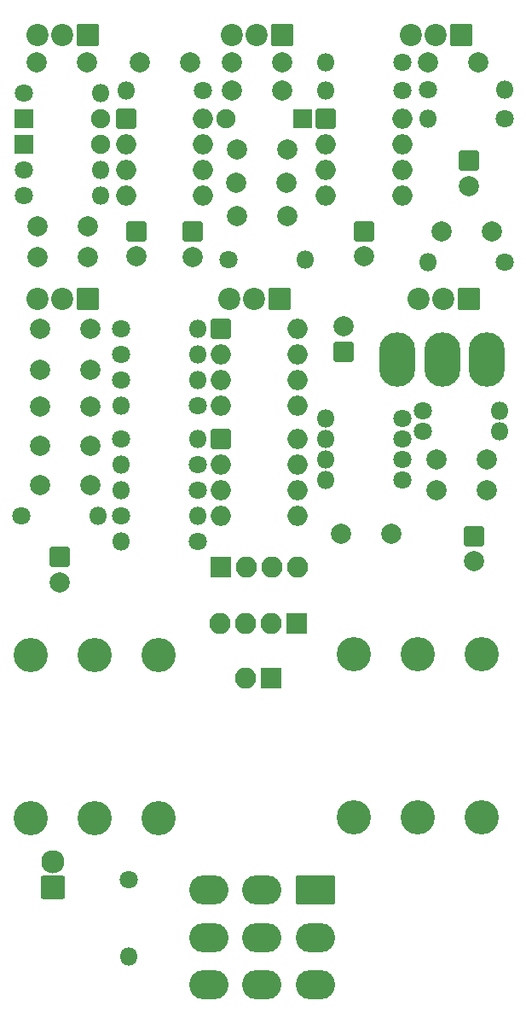
<source format=gbr>
%TF.GenerationSoftware,KiCad,Pcbnew,7.0.11-7.0.11~ubuntu22.04.1*%
%TF.CreationDate,2024-12-17T10:18:29+00:00*%
%TF.ProjectId,slo-tht,736c6f2d-7468-4742-9e6b-696361645f70,rev?*%
%TF.SameCoordinates,Original*%
%TF.FileFunction,Soldermask,Top*%
%TF.FilePolarity,Negative*%
%FSLAX46Y46*%
G04 Gerber Fmt 4.6, Leading zero omitted, Abs format (unit mm)*
G04 Created by KiCad (PCBNEW 7.0.11-7.0.11~ubuntu22.04.1) date 2024-12-17 10:18:29*
%MOMM*%
%LPD*%
G01*
G04 APERTURE LIST*
G04 Aperture macros list*
%AMRoundRect*
0 Rectangle with rounded corners*
0 $1 Rounding radius*
0 $2 $3 $4 $5 $6 $7 $8 $9 X,Y pos of 4 corners*
0 Add a 4 corners polygon primitive as box body*
4,1,4,$2,$3,$4,$5,$6,$7,$8,$9,$2,$3,0*
0 Add four circle primitives for the rounded corners*
1,1,$1+$1,$2,$3*
1,1,$1+$1,$4,$5*
1,1,$1+$1,$6,$7*
1,1,$1+$1,$8,$9*
0 Add four rect primitives between the rounded corners*
20,1,$1+$1,$2,$3,$4,$5,0*
20,1,$1+$1,$4,$5,$6,$7,0*
20,1,$1+$1,$6,$7,$8,$9,0*
20,1,$1+$1,$8,$9,$2,$3,0*%
G04 Aperture macros list end*
%ADD10C,1.800000*%
%ADD11O,1.800000X1.800000*%
%ADD12RoundRect,0.200000X-0.800000X0.800000X-0.800000X-0.800000X0.800000X-0.800000X0.800000X0.800000X0*%
%ADD13C,2.000000*%
%ADD14O,1.900000X1.900000*%
%ADD15RoundRect,0.200000X0.750000X0.750000X-0.750000X0.750000X-0.750000X-0.750000X0.750000X-0.750000X0*%
%ADD16RoundRect,0.200000X0.800000X-0.800000X0.800000X0.800000X-0.800000X0.800000X-0.800000X-0.800000X0*%
%ADD17RoundRect,0.200000X-0.750000X-0.750000X0.750000X-0.750000X0.750000X0.750000X-0.750000X0.750000X0*%
%ADD18RoundRect,0.200000X-0.800000X-0.800000X0.800000X-0.800000X0.800000X0.800000X-0.800000X0.800000X0*%
%ADD19O,2.000000X2.000000*%
%ADD20O,3.900000X2.900000*%
%ADD21RoundRect,0.200000X1.750000X1.250000X-1.750000X1.250000X-1.750000X-1.250000X1.750000X-1.250000X0*%
%ADD22C,3.400000*%
%ADD23RoundRect,0.200000X-0.850000X0.850000X-0.850000X-0.850000X0.850000X-0.850000X0.850000X0.850000X0*%
%ADD24O,2.100000X2.100000*%
%ADD25RoundRect,0.200000X0.850000X-0.850000X0.850000X0.850000X-0.850000X0.850000X-0.850000X-0.850000X0*%
%ADD26C,2.300000*%
%ADD27RoundRect,0.200000X1.000000X0.950000X-1.000000X0.950000X-1.000000X-0.950000X1.000000X-0.950000X0*%
%ADD28RoundRect,0.200000X-0.900000X-0.900000X0.900000X-0.900000X0.900000X0.900000X-0.900000X0.900000X0*%
%ADD29C,2.200000*%
%ADD30O,3.600000X5.400000*%
G04 APERTURE END LIST*
D10*
%TO.C,CLR1*%
X130036000Y-147738000D03*
D11*
X130036000Y-155358000D03*
%TD*%
D10*
%TO.C,R1*%
X136894000Y-114182000D03*
D11*
X129274000Y-114182000D03*
%TD*%
D10*
%TO.C,R2*%
X119368000Y-111642000D03*
D11*
X126988000Y-111642000D03*
%TD*%
D10*
%TO.C,R3*%
X136894000Y-109102000D03*
D11*
X129274000Y-109102000D03*
%TD*%
D10*
%TO.C,R4*%
X129274000Y-111642000D03*
D11*
X136894000Y-111642000D03*
%TD*%
D10*
%TO.C,R5*%
X136894000Y-106562000D03*
D11*
X129274000Y-106562000D03*
%TD*%
D10*
%TO.C,R6*%
X129274000Y-104022000D03*
D11*
X136894000Y-104022000D03*
%TD*%
D10*
%TO.C,R7*%
X119622000Y-79892000D03*
D11*
X127242000Y-79892000D03*
%TD*%
D10*
%TO.C,R9*%
X119622000Y-77352000D03*
D11*
X127242000Y-77352000D03*
%TD*%
D10*
%TO.C,R10*%
X119622000Y-69732000D03*
D11*
X127242000Y-69732000D03*
%TD*%
D10*
%TO.C,R11*%
X136894000Y-100720000D03*
D11*
X129274000Y-100720000D03*
%TD*%
D10*
%TO.C,R12*%
X129274000Y-98180000D03*
D11*
X136894000Y-98180000D03*
%TD*%
D10*
%TO.C,R13*%
X129274000Y-95640000D03*
D11*
X136894000Y-95640000D03*
%TD*%
D10*
%TO.C,R14*%
X129274000Y-93100000D03*
D11*
X136894000Y-93100000D03*
%TD*%
D10*
%TO.C,R15*%
X139942000Y-86242000D03*
D11*
X147562000Y-86242000D03*
%TD*%
D10*
%TO.C,R16*%
X167374000Y-86496000D03*
D11*
X159754000Y-86496000D03*
%TD*%
D10*
%TO.C,R17*%
X157214000Y-106054000D03*
D11*
X149594000Y-106054000D03*
%TD*%
D10*
%TO.C,R18*%
X157214000Y-108086000D03*
D11*
X149594000Y-108086000D03*
%TD*%
D10*
%TO.C,R19*%
X157214000Y-69478000D03*
D11*
X149594000Y-69478000D03*
%TD*%
D10*
%TO.C,R20*%
X157214000Y-66684000D03*
D11*
X149594000Y-66684000D03*
%TD*%
D10*
%TO.C,R22*%
X157214000Y-104022000D03*
D11*
X149594000Y-104022000D03*
%TD*%
D10*
%TO.C,R23*%
X159246000Y-101228000D03*
D11*
X166866000Y-101228000D03*
%TD*%
D10*
%TO.C,R24*%
X159246000Y-103260000D03*
D11*
X166866000Y-103260000D03*
%TD*%
D10*
%TO.C,R25*%
X167374000Y-72272000D03*
D11*
X159754000Y-72272000D03*
%TD*%
D10*
%TO.C,R26*%
X159735936Y-69421527D03*
D11*
X167355936Y-69421527D03*
%TD*%
D10*
%TO.C,R8*%
X137402000Y-69478000D03*
D11*
X129782000Y-69478000D03*
%TD*%
D10*
%TO.C,R21*%
X157214000Y-101990000D03*
D11*
X149594000Y-101990000D03*
%TD*%
D12*
%TO.C,C100*%
X164326000Y-113674000D03*
D13*
X164326000Y-116174000D03*
%TD*%
D12*
%TO.C,C102*%
X163818000Y-76453349D03*
D13*
X163818000Y-78953349D03*
%TD*%
D14*
%TO.C,D100*%
X139693000Y-72272000D03*
D15*
X147313000Y-72272000D03*
%TD*%
D13*
%TO.C,C14*%
X125932000Y-85988000D03*
X120932000Y-85988000D03*
%TD*%
%TO.C,C5*%
X125932000Y-82940000D03*
X120932000Y-82940000D03*
%TD*%
D12*
%TO.C,C1*%
X123178000Y-115770888D03*
D13*
X123178000Y-118270888D03*
%TD*%
D12*
%TO.C,C7*%
X130798000Y-83463112D03*
D13*
X130798000Y-85963112D03*
%TD*%
D12*
%TO.C,C10*%
X136386000Y-83488000D03*
D13*
X136386000Y-85988000D03*
%TD*%
D16*
%TO.C,C20*%
X151372000Y-95386000D03*
D13*
X151372000Y-92886000D03*
%TD*%
D12*
%TO.C,C101*%
X153404000Y-83448000D03*
D13*
X153404000Y-85948000D03*
%TD*%
D14*
%TO.C,D2*%
X127197000Y-72272000D03*
D17*
X119577000Y-72272000D03*
%TD*%
D14*
%TO.C,D1*%
X127197000Y-74812000D03*
D17*
X119577000Y-74812000D03*
%TD*%
D13*
%TO.C,C2*%
X126226000Y-108594000D03*
X121226000Y-108594000D03*
%TD*%
%TO.C,C3*%
X126226000Y-104720500D03*
X121226000Y-104720500D03*
%TD*%
%TO.C,C4*%
X121226000Y-100847000D03*
X126226000Y-100847000D03*
%TD*%
%TO.C,C6*%
X125892000Y-66684000D03*
X120892000Y-66684000D03*
%TD*%
%TO.C,C8*%
X136092000Y-66684000D03*
X131092000Y-66684000D03*
%TD*%
%TO.C,C9*%
X121226000Y-97164000D03*
X126226000Y-97164000D03*
%TD*%
%TO.C,C11*%
X121226000Y-93100000D03*
X126226000Y-93100000D03*
%TD*%
%TO.C,C12*%
X161104000Y-83448000D03*
X166104000Y-83448000D03*
%TD*%
%TO.C,C13*%
X140784000Y-81924000D03*
X145784000Y-81924000D03*
%TD*%
%TO.C,C15*%
X140704000Y-78622000D03*
X145704000Y-78622000D03*
%TD*%
%TO.C,C16*%
X145236000Y-66684000D03*
X140236000Y-66684000D03*
%TD*%
%TO.C,C17*%
X145236000Y-69478000D03*
X140236000Y-69478000D03*
%TD*%
%TO.C,C18*%
X145744000Y-75320000D03*
X140744000Y-75320000D03*
%TD*%
%TO.C,C19*%
X165556000Y-106054000D03*
X160556000Y-106054000D03*
%TD*%
%TO.C,C21*%
X159754000Y-66684000D03*
X164754000Y-66684000D03*
%TD*%
%TO.C,C103*%
X165596000Y-109102000D03*
X160596000Y-109102000D03*
%TD*%
%TO.C,C104*%
X151118000Y-113420000D03*
X156118000Y-113420000D03*
%TD*%
D18*
%TO.C,U1*%
X139180000Y-104022000D03*
D19*
X139180000Y-106562000D03*
X139180000Y-109102000D03*
X139180000Y-111642000D03*
X146800000Y-111642000D03*
X146800000Y-109102000D03*
X146800000Y-106562000D03*
X146800000Y-104022000D03*
%TD*%
D18*
%TO.C,U2*%
X129782000Y-72272000D03*
D19*
X129782000Y-74812000D03*
X129782000Y-77352000D03*
X129782000Y-79892000D03*
X137402000Y-79892000D03*
X137402000Y-77352000D03*
X137402000Y-74812000D03*
X137402000Y-72272000D03*
%TD*%
D18*
%TO.C,U3*%
X139180000Y-93100000D03*
D19*
X139180000Y-95640000D03*
X139180000Y-98180000D03*
X139180000Y-100720000D03*
X146800000Y-100720000D03*
X146800000Y-98180000D03*
X146800000Y-95640000D03*
X146800000Y-93100000D03*
%TD*%
%TO.C,U4*%
X157214000Y-72272000D03*
X157214000Y-74812000D03*
X157214000Y-77352000D03*
X157214000Y-79892000D03*
X149594000Y-79892000D03*
X149594000Y-77352000D03*
X149594000Y-74812000D03*
D18*
X149594000Y-72272000D03*
%TD*%
D20*
%TO.C,SW1*%
X137950000Y-158175000D03*
X143250000Y-158175000D03*
X148550000Y-158175000D03*
X137950000Y-153475000D03*
X143250000Y-153500000D03*
X148550000Y-153475000D03*
X137950000Y-148775000D03*
X143250000Y-148775000D03*
D21*
X148550000Y-148775000D03*
%TD*%
D22*
%TO.C,J3*%
X126590400Y-141677200D03*
X126590400Y-125447200D03*
X120240400Y-141677200D03*
X120240400Y-125447200D03*
X132940400Y-141677200D03*
X132940400Y-125447200D03*
%TD*%
D23*
%TO.C,JOVGI1*%
X146700000Y-122300000D03*
D24*
X144160000Y-122300000D03*
X141620000Y-122300000D03*
X139080000Y-122300000D03*
%TD*%
D25*
%TO.C,JOVGI2*%
X139180000Y-116750000D03*
D24*
X141720000Y-116750000D03*
X144260000Y-116750000D03*
X146800000Y-116750000D03*
%TD*%
D26*
%TO.C,D1000*%
X122500000Y-145950000D03*
D27*
X122500000Y-148490000D03*
%TD*%
D24*
%TO.C,J4*%
X141600000Y-127760000D03*
D23*
X144140000Y-127760000D03*
%TD*%
D22*
%TO.C,J2*%
X152379200Y-141575600D03*
X152379200Y-125345600D03*
X165079200Y-141575600D03*
X165079200Y-125345600D03*
X158729200Y-141575600D03*
X158729200Y-125345600D03*
%TD*%
D28*
%TO.C,MID1*%
X144982000Y-90169000D03*
D29*
X142482000Y-90169000D03*
X139982000Y-90169000D03*
%TD*%
D30*
%TO.C,DEEP1*%
X156696000Y-96148000D03*
X161146000Y-96148000D03*
X165596000Y-96148000D03*
%TD*%
D29*
%TO.C,BASS1*%
X120932000Y-90169000D03*
X123432000Y-90169000D03*
D28*
X125932000Y-90169000D03*
%TD*%
D29*
%TO.C,GAIN1*%
X120932000Y-64007000D03*
X123432000Y-64007000D03*
D28*
X125932000Y-64007000D03*
%TD*%
%TO.C,VOL1*%
X163016000Y-64007000D03*
D29*
X160516000Y-64007000D03*
X158016000Y-64007000D03*
%TD*%
%TO.C,TREBLE1*%
X158778000Y-90169000D03*
X161278000Y-90169000D03*
D28*
X163778000Y-90169000D03*
%TD*%
%TO.C,PRES1*%
X145236000Y-64007000D03*
D29*
X142736000Y-64007000D03*
X140236000Y-64007000D03*
%TD*%
M02*

</source>
